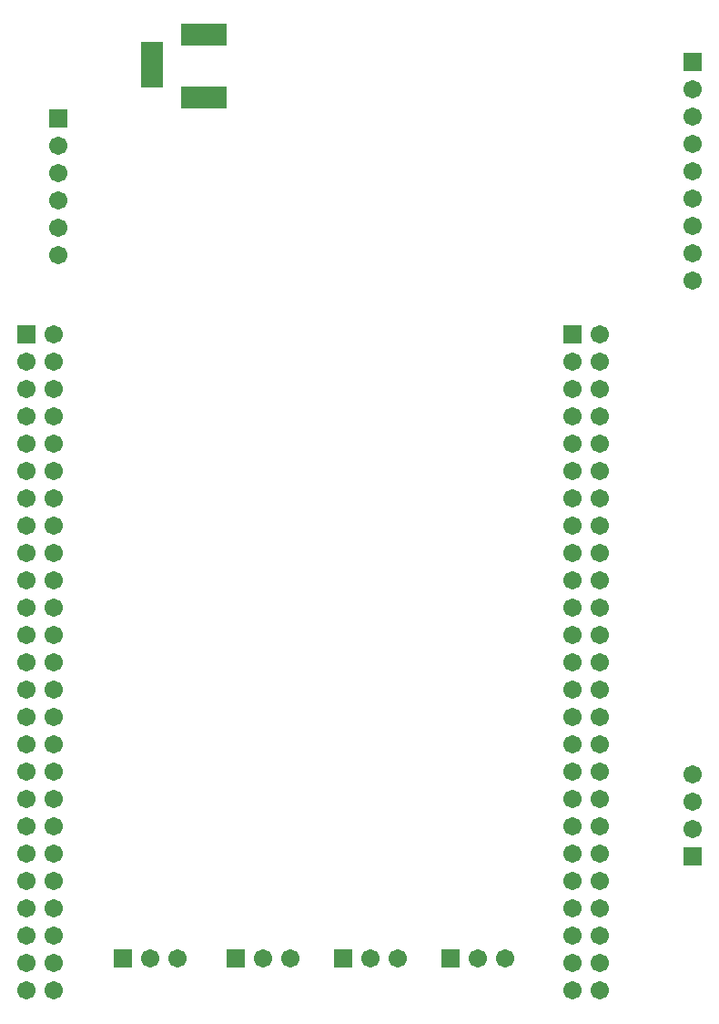
<source format=gbs>
G04*
G04 #@! TF.GenerationSoftware,Altium Limited,Altium Designer,20.0.10 (225)*
G04*
G04 Layer_Color=16711935*
%FSLAX25Y25*%
%MOIN*%
G70*
G01*
G75*
%ADD19R,0.16548X0.07887*%
%ADD20R,0.07887X0.16548*%
%ADD21R,0.06706X0.06706*%
%ADD22C,0.06706*%
%ADD23R,0.06706X0.06706*%
D19*
X84646Y346457D02*
D03*
Y369291D02*
D03*
D20*
X65748Y358268D02*
D03*
D21*
X55118Y31496D02*
D03*
X96299D02*
D03*
X135669D02*
D03*
X175039D02*
D03*
D22*
X65118D02*
D03*
X75118D02*
D03*
X106299D02*
D03*
X116299D02*
D03*
X145669D02*
D03*
X155669D02*
D03*
X185039D02*
D03*
X195039D02*
D03*
X31496Y288898D02*
D03*
Y298898D02*
D03*
Y308898D02*
D03*
Y318898D02*
D03*
Y328898D02*
D03*
X229685Y259685D02*
D03*
X219685Y249685D02*
D03*
X229685D02*
D03*
X219685Y239685D02*
D03*
X229685D02*
D03*
X219685Y229685D02*
D03*
X229685D02*
D03*
X219685Y219685D02*
D03*
X229685D02*
D03*
X219685Y209685D02*
D03*
X229685D02*
D03*
X219685Y199685D02*
D03*
X229685D02*
D03*
X219685Y189685D02*
D03*
X229685D02*
D03*
X219685Y179685D02*
D03*
X229685D02*
D03*
X219685Y169685D02*
D03*
X229685D02*
D03*
X219685Y159685D02*
D03*
X229685D02*
D03*
X219685Y149685D02*
D03*
X229685D02*
D03*
X219685Y139685D02*
D03*
X229685D02*
D03*
X219685Y129685D02*
D03*
X229685D02*
D03*
X219685Y119685D02*
D03*
X229685D02*
D03*
X219685Y109685D02*
D03*
X229685D02*
D03*
X219685Y99685D02*
D03*
X229685D02*
D03*
X219685Y89685D02*
D03*
X229685D02*
D03*
X219685Y79685D02*
D03*
X229685D02*
D03*
X219685Y69685D02*
D03*
X229685D02*
D03*
X219685Y59685D02*
D03*
X229685D02*
D03*
X219685Y49685D02*
D03*
X229685D02*
D03*
X219685Y39685D02*
D03*
X229685D02*
D03*
X219685Y29685D02*
D03*
X229685D02*
D03*
X219685Y19685D02*
D03*
X229685D02*
D03*
X29685Y259685D02*
D03*
X19685Y249685D02*
D03*
X29685D02*
D03*
X19685Y239685D02*
D03*
X29685D02*
D03*
X19685Y229685D02*
D03*
X29685D02*
D03*
X19685Y219685D02*
D03*
X29685D02*
D03*
X19685Y209685D02*
D03*
X29685D02*
D03*
X19685Y199685D02*
D03*
X29685D02*
D03*
X19685Y189685D02*
D03*
X29685D02*
D03*
X19685Y179685D02*
D03*
X29685D02*
D03*
X19685Y169685D02*
D03*
X29685D02*
D03*
X19685Y159685D02*
D03*
X29685D02*
D03*
X19685Y149685D02*
D03*
X29685D02*
D03*
X19685Y139685D02*
D03*
X29685D02*
D03*
X19685Y129685D02*
D03*
X29685D02*
D03*
X19685Y119685D02*
D03*
X29685D02*
D03*
X19685Y109685D02*
D03*
X29685D02*
D03*
X19685Y99685D02*
D03*
X29685D02*
D03*
X19685Y89685D02*
D03*
X29685D02*
D03*
X19685Y79685D02*
D03*
X29685D02*
D03*
X19685Y69685D02*
D03*
X29685D02*
D03*
X19685Y59685D02*
D03*
X29685D02*
D03*
X19685Y49685D02*
D03*
X29685D02*
D03*
X19685Y39685D02*
D03*
X29685D02*
D03*
X19685Y29685D02*
D03*
X29685D02*
D03*
X19685Y19685D02*
D03*
X29685D02*
D03*
X263780Y349370D02*
D03*
Y279370D02*
D03*
Y289370D02*
D03*
Y299370D02*
D03*
Y309370D02*
D03*
Y319370D02*
D03*
Y329370D02*
D03*
Y339370D02*
D03*
X263681Y78740D02*
D03*
Y88740D02*
D03*
Y98740D02*
D03*
D23*
X31496Y338898D02*
D03*
X219685Y259685D02*
D03*
X19685D02*
D03*
X263780Y359370D02*
D03*
X263681Y68740D02*
D03*
M02*

</source>
